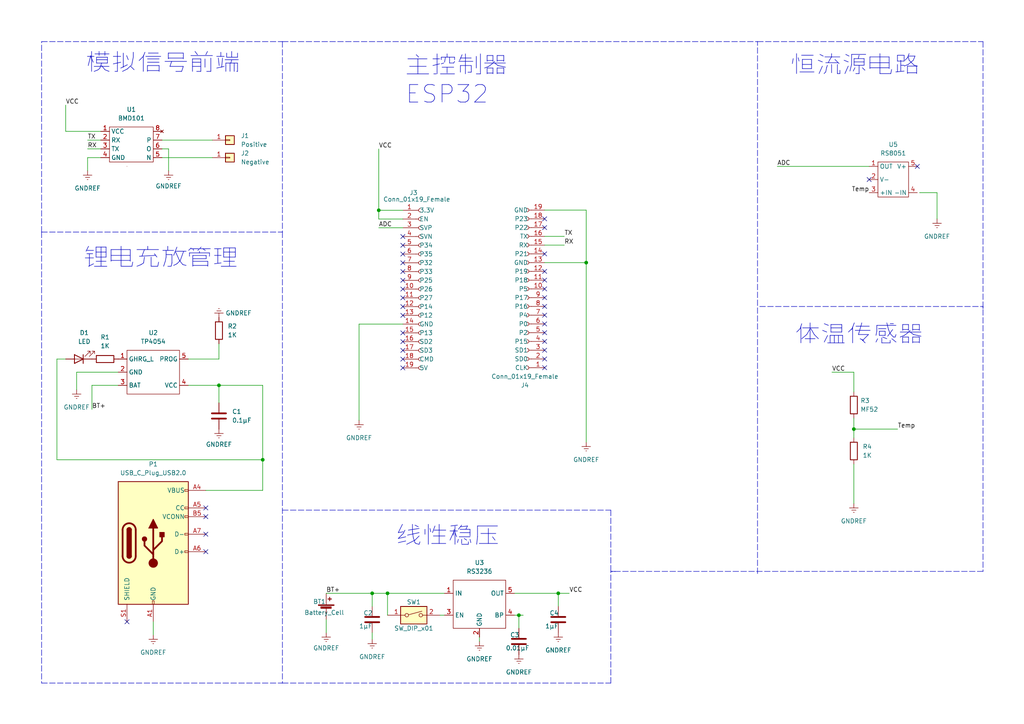
<source format=kicad_sch>
(kicad_sch (version 20211123) (generator eeschema)
  (paper "A4")
  (title_block (title "Heart") (date "2022-01-19") (rev "v1.0") (company "hgy"))
  (lib_symbols
    (symbol "Amplifier_Operational:RS8051"
      (property "Reference" "U" (at 0 13.97 0))
      (property "Value" "RS8051" (at 0 1.27 0))
      (symbol "RS8051_0_1"
        (rectangle (start -3.81 12.7) (end 5.08 2.54))
      )
      (symbol "RS8051_1_1"
        (pin output line (at -6.35 11.43 0) (length 2.54) (name "OUT") (number "1"))
        (pin bidirectional line (at -6.35 7.62 0) (length 2.54) (name "V-") (number "2"))
        (pin bidirectional line (at -6.35 3.81 0) (length 2.54) (name "+IN") (number "3"))
        (pin bidirectional line (at 7.62 3.81 180) (length 2.54) (name "-IN") (number "4"))
        (pin bidirectional line (at 7.62 11.43 180) (length 2.54) (name "V+") (number "5"))
      )
    )
    (symbol "Battery_Management:RS3236"
      (property "Reference" "U" (at 0 26.67 0))
      (property "Value" "RS3236" (at 0 3.81 0))
      (symbol "RS3236_0_1"
        (rectangle (start -7.62 25.4) (end 7.62 11.43))
      )
      (symbol "RS3236_1_1"
        (pin input line (at -10.16 21.59 0) (length 2.54) (name "IN") (number "1"))
        (pin bidirectional line (at 0 8.89 90) (length 2.54) (name "GND") (number "2"))
        (pin input line (at -10.16 15.24 0) (length 2.54) (name "EN") (number "3"))
        (pin bidirectional line (at 10.16 15.24 180) (length 2.54) (name "BP") (number "4"))
        (pin power_out line (at 10.16 21.59 180) (length 2.54) (name "OUT") (number "5"))
      )
    )
    (symbol "Battery_Management:TP4054"
      (property "Reference" "U" (at 0 15.24 0))
      (property "Value" "TP4054" (at 0 0 0))
      (symbol "TP4054_0_1"
        (rectangle (start -7.62 13.97) (end 7.62 1.27))
      )
      (symbol "TP4054_1_1"
        (pin tri_state line (at -10.16 11.43 0) (length 2.54) (name "GHRG_L") (number "1"))
        (pin bidirectional line (at -10.16 7.62 0) (length 2.54) (name "GND") (number "2"))
        (pin output line (at -10.16 3.81 0) (length 2.54) (name "BAT") (number "3"))
        (pin input line (at 10.16 3.81 180) (length 2.54) (name "VCC") (number "4"))
        (pin bidirectional line (at 10.16 11.43 180) (length 2.54) (name "PROG") (number "5"))
      )
    )
    (symbol "Conn_01x19_Female_1" (pin_names (offset 1.016))
      (property "Reference" "J4" (at 0.635 27.94 0))
      (property "Value" "Conn_01x19_Female" (at 0.635 25.4 0))
      (symbol "Conn_01x19_Female_1_1_1"
        (arc (start 0 -22.352) (mid -0.508 -22.86) (end 0 -23.368) (stroke (width 0.1524)))
        (arc (start 0 -19.812) (mid -0.508 -20.32) (end 0 -20.828) (stroke (width 0.1524)))
        (arc (start 0 -17.272) (mid -0.508 -17.78) (end 0 -18.288) (stroke (width 0.1524)))
        (arc (start 0 -14.732) (mid -0.508 -15.24) (end 0 -15.748) (stroke (width 0.1524)))
        (arc (start 0 -12.192) (mid -0.508 -12.7) (end 0 -13.208) (stroke (width 0.1524)))
        (arc (start 0 -9.652) (mid -0.508 -10.16) (end 0 -10.668) (stroke (width 0.1524)))
        (arc (start 0 -7.112) (mid -0.508 -7.62) (end 0 -8.128) (stroke (width 0.1524)))
        (arc (start 0 -4.572) (mid -0.508 -5.08) (end 0 -5.588) (stroke (width 0.1524)))
        (arc (start 0 -2.032) (mid -0.508 -2.54) (end 0 -3.048) (stroke (width 0.1524)))
        (polyline (pts (xy -1.27 -22.86) (xy -0.508 -22.86)) (stroke (width 0.1524)))
        (polyline (pts (xy -1.27 -20.32) (xy -0.508 -20.32)) (stroke (width 0.1524)))
        (polyline (pts (xy -1.27 -17.78) (xy -0.508 -17.78)) (stroke (width 0.1524)))
        (polyline (pts (xy -1.27 -15.24) (xy -0.508 -15.24)) (stroke (width 0.1524)))
        (polyline (pts (xy -1.27 -12.7) (xy -0.508 -12.7)) (stroke (width 0.1524)))
        (polyline (pts (xy -1.27 -10.16) (xy -0.508 -10.16)) (stroke (width 0.1524)))
        (polyline (pts (xy -1.27 -7.62) (xy -0.508 -7.62)) (stroke (width 0.1524)))
        (polyline (pts (xy -1.27 -5.08) (xy -0.508 -5.08)) (stroke (width 0.1524)))
        (polyline (pts (xy -1.27 -2.54) (xy -0.508 -2.54)) (stroke (width 0.1524)))
        (polyline (pts (xy -1.27 0) (xy -0.508 0)) (stroke (width 0.1524)))
        (polyline (pts (xy -1.27 2.54) (xy -0.508 2.54)) (stroke (width 0.1524)))
        (polyline (pts (xy -1.27 5.08) (xy -0.508 5.08)) (stroke (width 0.1524)))
        (polyline (pts (xy -1.27 7.62) (xy -0.508 7.62)) (stroke (width 0.1524)))
        (polyline (pts (xy -1.27 10.16) (xy -0.508 10.16)) (stroke (width 0.1524)))
        (polyline (pts (xy -1.27 12.7) (xy -0.508 12.7)) (stroke (width 0.1524)))
        (polyline (pts (xy -1.27 15.24) (xy -0.508 15.24)) (stroke (width 0.1524)))
        (polyline (pts (xy -1.27 17.78) (xy -0.508 17.78)) (stroke (width 0.1524)))
        (polyline (pts (xy -1.27 20.32) (xy -0.508 20.32)) (stroke (width 0.1524)))
        (polyline (pts (xy -1.27 22.86) (xy -0.508 22.86)) (stroke (width 0.1524)))
        (arc (start 0 0.508) (mid -0.508 0) (end 0 -0.508) (stroke (width 0.1524)))
        (arc (start 0 3.048) (mid -0.508 2.54) (end 0 2.032) (stroke (width 0.1524)))
        (arc (start 0 5.588) (mid -0.508 5.08) (end 0 4.572) (stroke (width 0.1524)))
        (arc (start 0 8.128) (mid -0.508 7.62) (end 0 7.112) (stroke (width 0.1524)))
        (arc (start 0 10.668) (mid -0.508 10.16) (end 0 9.652) (stroke (width 0.1524)))
        (arc (start 0 13.208) (mid -0.508 12.7) (end 0 12.192) (stroke (width 0.1524)))
        (arc (start 0 15.748) (mid -0.508 15.24) (end 0 14.732) (stroke (width 0.1524)))
        (arc (start 0 18.288) (mid -0.508 17.78) (end 0 17.272) (stroke (width 0.1524)))
        (arc (start 0 20.828) (mid -0.508 20.32) (end 0 19.812) (stroke (width 0.1524)))
        (arc (start 0 23.368) (mid -0.508 22.86) (end 0 22.352) (stroke (width 0.1524)))
        (pin passive line (at -5.08 22.86 0) (length 3.81) (name "CLK") (number "1"))
        (pin passive line (at -5.08 0 0) (length 3.81) (name "P5") (number "10"))
        (pin passive line (at -5.08 -2.54 0) (length 3.81) (name "P18") (number "11"))
        (pin passive line (at -5.08 -5.08 0) (length 3.81) (name "P19") (number "12"))
        (pin passive line (at -5.08 -7.62 0) (length 3.81) (name "GND") (number "13"))
        (pin passive line (at -5.08 -10.16 0) (length 3.81) (name "P21") (number "14"))
        (pin passive line (at -5.08 -12.7 0) (length 3.81) (name "RX") (number "15"))
        (pin passive line (at -5.08 -15.24 0) (length 3.81) (name "TX") (number "16"))
        (pin passive line (at -5.08 -17.78 0) (length 3.81) (name "P22") (number "17"))
        (pin passive line (at -5.08 -20.32 0) (length 3.81) (name "P23") (number "18"))
        (pin passive line (at -5.08 -22.86 0) (length 3.81) (name "GND") (number "19"))
        (pin passive line (at -5.08 20.32 0) (length 3.81) (name "SD0") (number "2"))
        (pin passive line (at -5.08 17.78 0) (length 3.81) (name "SD1") (number "3"))
        (pin passive line (at -5.08 15.24 0) (length 3.81) (name "P15") (number "4"))
        (pin passive line (at -5.08 12.7 0) (length 3.81) (name "P2") (number "5"))
        (pin passive line (at -5.08 10.16 0) (length 3.81) (name "P0") (number "6"))
        (pin passive line (at -5.08 7.62 0) (length 3.81) (name "P4") (number "7"))
        (pin passive line (at -5.08 5.08 0) (length 3.81) (name "P16") (number "8"))
        (pin passive line (at -5.08 2.54 0) (length 3.81) (name "P17") (number "9"))
      )
    )
    (symbol "Connector:Conn_01x19_Female" (pin_names (offset 1.016))
      (property "Reference" "J3" (at -3.175 27.9401 0))
      (property "Value" "Conn_01x19_Female" (at -10.795 26.0351 0))
      (symbol "Conn_01x19_Female_1_1"
        (arc (start 0 -22.352) (mid -0.508 -22.86) (end 0 -23.368) (stroke (width 0.1524)))
        (arc (start 0 -19.812) (mid -0.508 -20.32) (end 0 -20.828) (stroke (width 0.1524)))
        (arc (start 0 -17.272) (mid -0.508 -17.78) (end 0 -18.288) (stroke (width 0.1524)))
        (arc (start 0 -14.732) (mid -0.508 -15.24) (end 0 -15.748) (stroke (width 0.1524)))
        (arc (start 0 -12.192) (mid -0.508 -12.7) (end 0 -13.208) (stroke (width 0.1524)))
        (arc (start 0 -9.652) (mid -0.508 -10.16) (end 0 -10.668) (stroke (width 0.1524)))
        (arc (start 0 -7.112) (mid -0.508 -7.62) (end 0 -8.128) (stroke (width 0.1524)))
        (arc (start 0 -4.572) (mid -0.508 -5.08) (end 0 -5.588) (stroke (width 0.1524)))
        (arc (start 0 -2.032) (mid -0.508 -2.54) (end 0 -3.048) (stroke (width 0.1524)))
        (polyline (pts (xy -1.27 -22.86) (xy -0.508 -22.86)) (stroke (width 0.1524)))
        (polyline (pts (xy -1.27 -20.32) (xy -0.508 -20.32)) (stroke (width 0.1524)))
        (polyline (pts (xy -1.27 -17.78) (xy -0.508 -17.78)) (stroke (width 0.1524)))
        (polyline (pts (xy -1.27 -15.24) (xy -0.508 -15.24)) (stroke (width 0.1524)))
        (polyline (pts (xy -1.27 -12.7) (xy -0.508 -12.7)) (stroke (width 0.1524)))
        (polyline (pts (xy -1.27 -10.16) (xy -0.508 -10.16)) (stroke (width 0.1524)))
        (polyline (pts (xy -1.27 -7.62) (xy -0.508 -7.62)) (stroke (width 0.1524)))
        (polyline (pts (xy -1.27 -5.08) (xy -0.508 -5.08)) (stroke (width 0.1524)))
        (polyline (pts (xy -1.27 -2.54) (xy -0.508 -2.54)) (stroke (width 0.1524)))
        (polyline (pts (xy -1.27 0) (xy -0.508 0)) (stroke (width 0.1524)))
        (polyline (pts (xy -1.27 2.54) (xy -0.508 2.54)) (stroke (width 0.1524)))
        (polyline (pts (xy -1.27 5.08) (xy -0.508 5.08)) (stroke (width 0.1524)))
        (polyline (pts (xy -1.27 7.62) (xy -0.508 7.62)) (stroke (width 0.1524)))
        (polyline (pts (xy -1.27 10.16) (xy -0.508 10.16)) (stroke (width 0.1524)))
        (polyline (pts (xy -1.27 12.7) (xy -0.508 12.7)) (stroke (width 0.1524)))
        (polyline (pts (xy -1.27 15.24) (xy -0.508 15.24)) (stroke (width 0.1524)))
        (polyline (pts (xy -1.27 17.78) (xy -0.508 17.78)) (stroke (width 0.1524)))
        (polyline (pts (xy -1.27 20.32) (xy -0.508 20.32)) (stroke (width 0.1524)))
        (polyline (pts (xy -1.27 22.86) (xy -0.508 22.86)) (stroke (width 0.1524)))
        (arc (start 0 0.508) (mid -0.508 0) (end 0 -0.508) (stroke (width 0.1524)))
        (arc (start 0 3.048) (mid -0.508 2.54) (end 0 2.032) (stroke (width 0.1524)))
        (arc (start 0 5.588) (mid -0.508 5.08) (end 0 4.572) (stroke (width 0.1524)))
        (arc (start 0 8.128) (mid -0.508 7.62) (end 0 7.112) (stroke (width 0.1524)))
        (arc (start 0 10.668) (mid -0.508 10.16) (end 0 9.652) (stroke (width 0.1524)))
        (arc (start 0 13.208) (mid -0.508 12.7) (end 0 12.192) (stroke (width 0.1524)))
        (arc (start 0 15.748) (mid -0.508 15.24) (end 0 14.732) (stroke (width 0.1524)))
        (arc (start 0 18.288) (mid -0.508 17.78) (end 0 17.272) (stroke (width 0.1524)))
        (arc (start 0 20.828) (mid -0.508 20.32) (end 0 19.812) (stroke (width 0.1524)))
        (arc (start 0 23.368) (mid -0.508 22.86) (end 0 22.352) (stroke (width 0.1524)))
        (pin passive line (at -5.08 22.86 0) (length 3.81) (name "3.3V") (number "1"))
        (pin passive line (at -5.08 0 0) (length 3.81) (name "P26") (number "10"))
        (pin passive line (at -5.08 -2.54 0) (length 3.81) (name "P27") (number "11"))
        (pin passive line (at -5.08 -5.08 0) (length 3.81) (name "P14") (number "12"))
        (pin passive line (at -5.08 -7.62 0) (length 3.81) (name "P12") (number "13"))
        (pin passive line (at -5.08 -10.16 0) (length 3.81) (name "GND") (number "14"))
        (pin passive line (at -5.08 -12.7 0) (length 3.81) (name "P13") (number "15"))
        (pin passive line (at -5.08 -15.24 0) (length 3.81) (name "SD2") (number "16"))
        (pin passive line (at -5.08 -17.78 0) (length 3.81) (name "SD3") (number "17"))
        (pin passive line (at -5.08 -20.32 0) (length 3.81) (name "CMD") (number "18"))
        (pin passive line (at -5.08 -22.86 0) (length 3.81) (name "5V") (number "19"))
        (pin passive line (at -5.08 20.32 0) (length 3.81) (name "EN") (number "2"))
        (pin passive line (at -5.08 17.78 0) (length 3.81) (name "SVP") (number "3"))
        (pin passive line (at -5.08 15.24 0) (length 3.81) (name "SVN") (number "4"))
        (pin passive line (at -5.08 12.7 0) (length 3.81) (name "P34") (number "5"))
        (pin passive line (at -5.08 10.16 0) (length 3.81) (name "P35") (number "6"))
        (pin passive line (at -5.08 7.62 0) (length 3.81) (name "P32") (number "7"))
        (pin passive line (at -5.08 5.08 0) (length 3.81) (name "P33") (number "8"))
        (pin passive line (at -5.08 2.54 0) (length 3.81) (name "P25") (number "9"))
      )
    )
    (symbol "Connector:USB_C_Plug_USB2.0" (pin_names (offset 1.016))
      (property "Reference" "P" (at -10.16 19.05 0))
      (property "Value" "USB_C_Plug_USB2.0" (at 12.7 19.05 0))
      (symbol "USB_C_Plug_USB2.0_0_0"
        (rectangle (start -0.254 -17.78) (end 0.254 -16.764))
        (rectangle (start 10.16 -2.286) (end 9.144 -2.794))
        (rectangle (start 10.16 2.794) (end 9.144 2.286))
        (rectangle (start 10.16 7.874) (end 9.144 7.366))
        (rectangle (start 10.16 10.414) (end 9.144 9.906))
        (rectangle (start 10.16 15.494) (end 9.144 14.986))
      )
      (symbol "USB_C_Plug_USB2.0_0_1"
        (rectangle (start -10.16 17.78) (end 10.16 -17.78) (stroke (width 0.254)) (fill (type background)))
        (arc (start -8.89 -3.81) (mid -6.985 -5.715) (end -5.08 -3.81) (stroke (width 0.508)))
        (arc (start -7.62 -3.81) (mid -6.985 -4.445) (end -6.35 -3.81) (stroke (width 0.254)))
        (arc (start -7.62 -3.81) (mid -6.985 -4.445) (end -6.35 -3.81) (stroke (width 0.254)) (fill (type outline)))
        (rectangle (start -7.62 -3.81) (end -6.35 3.81) (stroke (width 0.254)) (fill (type outline)))
        (arc (start -6.35 3.81) (mid -6.985 4.445) (end -7.62 3.81) (stroke (width 0.254)))
        (arc (start -6.35 3.81) (mid -6.985 4.445) (end -7.62 3.81) (stroke (width 0.254)) (fill (type outline)))
        (arc (start -5.08 3.81) (mid -6.985 5.715) (end -8.89 3.81) (stroke (width 0.508)))
        (circle (center -2.54 1.143) (radius 0.635) (stroke (width 0.254)) (fill (type outline)))
        (circle (center 0 -5.842) (radius 1.27) (fill (type outline)))
        (polyline (pts (xy -8.89 -3.81) (xy -8.89 3.81)) (stroke (width 0.508)))
        (polyline (pts (xy -5.08 3.81) (xy -5.08 -3.81)) (stroke (width 0.508)))
        (polyline (pts (xy 0 -5.842) (xy 0 4.318)) (stroke (width 0.508)))
        (polyline (pts (xy 0 -3.302) (xy -2.54 -0.762) (xy -2.54 0.508)) (stroke (width 0.508)))
        (polyline (pts (xy 0 -2.032) (xy 2.54 0.508) (xy 2.54 1.778)) (stroke (width 0.508)))
        (polyline (pts (xy -1.27 4.318) (xy 0 6.858) (xy 1.27 4.318) (xy -1.27 4.318)) (stroke (width 0.254)) (fill (type outline)))
        (rectangle (start 1.905 1.778) (end 3.175 3.048) (stroke (width 0.254)) (fill (type outline)))
      )
      (symbol "USB_C_Plug_USB2.0_1_1"
        (pin passive line (at 0 -22.86 90) (length 5.08) (name "GND") (number "A1"))
        (pin passive line (at 0 -22.86 90) (length 5.08) hide (name "GND") (number "A12"))
        (pin passive line (at 15.24 15.24 180) (length 5.08) (name "VBUS") (number "A4"))
        (pin bidirectional line (at 15.24 10.16 180) (length 5.08) (name "CC") (number "A5"))
        (pin bidirectional line (at 15.24 -2.54 180) (length 5.08) (name "D+") (number "A6"))
        (pin bidirectional line (at 15.24 2.54 180) (length 5.08) (name "D-") (number "A7"))
        (pin passive line (at 15.24 15.24 180) (length 5.08) hide (name "VBUS") (number "A9"))
        (pin passive line (at 0 -22.86 90) (length 5.08) hide (name "GND") (number "B1"))
        (pin passive line (at 0 -22.86 90) (length 5.08) hide (name "GND") (number "B12"))
        (pin passive line (at 15.24 15.24 180) (length 5.08) hide (name "VBUS") (number "B4"))
        (pin bidirectional line (at 15.24 7.62 180) (length 5.08) (name "VCONN") (number "B5"))
        (pin passive line (at 15.24 15.24 180) (length 5.08) hide (name "VBUS") (number "B9"))
        (pin passive line (at -7.62 -22.86 90) (length 5.08) (name "SHIELD") (number "S1"))
      )
    )
    (symbol "Connector_Generic:Conn_01x01" (pin_names (offset 1.016) hide)
      (property "Reference" "J" (at 0 2.54 0))
      (property "Value" "Conn_01x01" (at 0 -2.54 0))
      (symbol "Conn_01x01_1_1"
        (rectangle (start -1.27 0.127) (end 0 -0.127) (stroke (width 0.1524)))
        (rectangle (start -1.27 1.27) (end 1.27 -1.27) (stroke (width 0.254)) (fill (type background)))
        (pin passive line (at -5.08 0 0) (length 3.81) (name "Pin_1") (number "1"))
      )
    )
    (symbol "Device:Battery_Cell" (pin_numbers hide) (pin_names (offset 0) hide)
      (property "Reference" "BT" (at 2.54 2.54 0))
      (property "Value" "Battery_Cell" (at 2.54 0 0))
      (symbol "Battery_Cell_0_1"
        (rectangle (start -2.286 1.778) (end 2.286 1.524) (fill (type outline)))
        (rectangle (start -1.5748 1.1938) (end 1.4732 0.6858) (fill (type outline)))
        (polyline (pts (xy 0 0.762) (xy 0 0)))
        (polyline (pts (xy 0 1.778) (xy 0 2.54)))
        (polyline (pts (xy 0.508 3.429) (xy 1.524 3.429)) (stroke (width 0.254)))
        (polyline (pts (xy 1.016 3.937) (xy 1.016 2.921)) (stroke (width 0.254)))
      )
      (symbol "Battery_Cell_1_1"
        (pin passive line (at 0 5.08 270) (length 2.54) (name "+") (number "1"))
        (pin passive line (at 0 -2.54 90) (length 2.54) (name "-") (number "2"))
      )
    )
    (symbol "Device:C" (pin_numbers hide) (pin_names (offset 0.254))
      (property "Reference" "C" (at 0.635 2.54 0))
      (property "Value" "C" (at 0.635 -2.54 0))
      (symbol "C_0_1"
        (polyline (pts (xy -2.032 -0.762) (xy 2.032 -0.762)) (stroke (width 0.508)))
        (polyline (pts (xy -2.032 0.762) (xy 2.032 0.762)) (stroke (width 0.508)))
      )
      (symbol "C_1_1"
        (pin passive line (at 0 3.81 270) (length 2.794) (name "~") (number "1"))
        (pin passive line (at 0 -3.81 90) (length 2.794) (name "~") (number "2"))
      )
    )
    (symbol "Device:LED" (pin_numbers hide) (pin_names (offset 1.016) hide)
      (property "Reference" "D" (at 0 2.54 0))
      (property "Value" "LED" (at 0 -2.54 0))
      (symbol "LED_0_1"
        (polyline (pts (xy -1.27 -1.27) (xy -1.27 1.27)) (stroke (width 0.254)))
        (polyline (pts (xy -1.27 0) (xy 1.27 0)))
        (polyline (pts (xy 1.27 -1.27) (xy 1.27 1.27) (xy -1.27 0) (xy 1.27 -1.27)) (stroke (width 0.254)))
        (polyline (pts (xy -3.048 -0.762) (xy -4.572 -2.286) (xy -3.81 -2.286) (xy -4.572 -2.286) (xy -4.572 -1.524)))
        (polyline (pts (xy -1.778 -0.762) (xy -3.302 -2.286) (xy -2.54 -2.286) (xy -3.302 -2.286) (xy -3.302 -1.524)))
      )
      (symbol "LED_1_1"
        (pin passive line (at -3.81 0 0) (length 2.54) (name "K") (number "1"))
        (pin passive line (at 3.81 0 180) (length 2.54) (name "A") (number "2"))
      )
    )
    (symbol "Device:R" (pin_numbers hide) (pin_names (offset 0))
      (property "Reference" "R" (at 2.032 0 90))
      (property "Value" "R" (at 0 0 90))
      (symbol "R_0_1"
        (rectangle (start -1.016 -2.54) (end 1.016 2.54) (stroke (width 0.254)))
      )
      (symbol "R_1_1"
        (pin passive line (at 0 3.81 270) (length 1.27) (name "~") (number "1"))
        (pin passive line (at 0 -3.81 90) (length 1.27) (name "~") (number "2"))
      )
    )
    (symbol "MCU_STC:BMD101"
      (property "Reference" "U" (at 0 13.97 0))
      (property "Value" "BMD101" (at 0 1.27 0))
      (symbol "BMD101_0_1"
        (rectangle (start -6.35 12.7) (end 6.35 2.54))
        (rectangle (start -1.27 1.27) (end -1.27 1.27))
      )
      (symbol "BMD101_1_1"
        (pin power_in line (at -8.89 11.43 0) (length 2.54) (name "VCC") (number "1"))
        (pin input line (at -8.89 8.89 0) (length 2.54) (name "RX") (number "2"))
        (pin output line (at -8.89 6.35 0) (length 2.54) (name "TX") (number "3"))
        (pin bidirectional line (at -8.89 3.81 0) (length 2.54) (name "GND") (number "4"))
        (pin bidirectional line (at 8.89 3.81 180) (length 2.54) (name "N") (number "5"))
        (pin bidirectional line (at 8.89 6.35 180) (length 2.54) (name "O") (number "6"))
        (pin bidirectional line (at 8.89 8.89 180) (length 2.54) (name "P") (number "7"))
        (pin no_connect line (at 8.89 11.43 180) (length 2.54) (name "") (number "8"))
      )
    )
    (symbol "Switch:SW_DIP_x01" (pin_names (offset 0) hide)
      (property "Reference" "SW" (at 0 3.81 0))
      (property "Value" "SW_DIP_x01" (at 0 -3.81 0))
      (symbol "SW_DIP_x01_0_0"
        (circle (center -2.032 0) (radius 0.508))
        (polyline (pts (xy -1.524 0.127) (xy 2.3622 1.1684)))
        (circle (center 2.032 0) (radius 0.508))
      )
      (symbol "SW_DIP_x01_0_1"
        (rectangle (start -3.81 2.54) (end 3.81 -2.54) (stroke (width 0.254)) (fill (type background)))
      )
      (symbol "SW_DIP_x01_1_1"
        (pin passive line (at -7.62 0 0) (length 5.08) (name "~") (number "1"))
        (pin passive line (at 7.62 0 180) (length 5.08) (name "~") (number "2"))
      )
    )
    (symbol "power:GNDREF" (power) (pin_names (offset 0))
      (property "Value" "GNDREF" (at 0 -3.81 0))
      (symbol "GNDREF_0_1"
        (polyline (pts (xy -0.635 -1.905) (xy 0.635 -1.905)))
        (polyline (pts (xy -0.127 -2.54) (xy 0.127 -2.54)))
        (polyline (pts (xy 0 -1.27) (xy 0 0)))
        (polyline (pts (xy 1.27 -1.27) (xy -1.27 -1.27)))
      )
      (symbol "GNDREF_1_1"
        (pin power_in line (at 0 0 270) (length 0) hide (name "GNDREF") (number "1"))
      )
    )
  )
  (junction (at 76.2 133.35))
  (junction (at 150.495 178.435))
  (junction (at 247.65 124.46))
  (junction (at 63.5 111.76))
  (junction (at 109.855 60.9854))
  (junction (at 112.395 172.085))
  (junction (at 161.925 172.085))
  (junction (at 107.95 172.085))
  (junction (at 170.0276 76.1746))
  (no_connect (at 116.84 68.6054))
  (no_connect (at 252.095 52.07))
  (no_connect (at 157.9626 101.5746))
  (no_connect (at 116.84 73.6854))
  (no_connect (at 116.84 104.1654))
  (no_connect (at 157.9626 93.9546))
  (no_connect (at 59.69 160.02))
  (no_connect (at 59.69 154.94))
  (no_connect (at 59.69 149.86))
  (no_connect (at 59.69 147.32))
  (no_connect (at 36.83 180.34))
  (no_connect (at 157.9626 88.8746))
  (no_connect (at 157.9626 106.6546))
  (no_connect (at 116.84 99.0854))
  (no_connect (at 157.9626 99.0346))
  (no_connect (at 157.9626 81.2546))
  (no_connect (at 157.9626 104.1146))
  (no_connect (at 266.065 48.26))
  (no_connect (at 157.9626 73.6346))
  (no_connect (at 116.84 76.2254))
  (no_connect (at 116.84 71.1454))
  (no_connect (at 116.84 101.6254))
  (no_connect (at 157.9626 66.0146))
  (no_connect (at 116.84 106.7054))
  (no_connect (at 157.9626 83.7946))
  (no_connect (at 116.84 83.8454))
  (no_connect (at 116.84 96.5454))
  (no_connect (at 157.9626 78.7146))
  (no_connect (at 157.9626 86.3346))
  (no_connect (at 116.84 86.3854))
  (no_connect (at 116.84 91.4654))
  (no_connect (at 157.9626 63.4746))
  (no_connect (at 157.9626 91.4146))
  (no_connect (at 116.84 81.3054))
  (no_connect (at 116.84 88.9254))
  (no_connect (at 116.84 78.7654))
  (no_connect (at 157.9626 96.4946))
  (wire (pts (xy 109.855 63.5254) (xy 116.84 63.5254)))
  (wire (pts (xy 107.95 172.085) (xy 107.95 175.895)))
  (wire (pts (xy 25.4 43.18) (xy 29.21 43.18)))
  (wire (pts (xy 63.5 104.14) (xy 54.61 104.14)))
  (wire (pts (xy 94.615 172.085) (xy 107.95 172.085)))
  (wire (pts (xy 29.21 38.1) (xy 19.05 38.1)))
  (wire (pts (xy 157.9626 60.9346) (xy 170.0276 60.9346)))
  (wire (pts (xy 76.2 133.35) (xy 76.2 142.24)))
  (polyline (pts (xy 285.115 12.065) (xy 285.115 165.735)))
  (polyline (pts (xy 177.165 198.12) (xy 177.165 165.735)))
  (wire (pts (xy 163.6776 68.5546) (xy 157.9626 68.5546)))
  (wire (pts (xy 48.895 43.18) (xy 48.895 49.53)))
  (wire (pts (xy 109.855 43.2054) (xy 109.855 60.9854)))
  (wire (pts (xy 150.495 178.435) (xy 150.495 182.245)))
  (wire (pts (xy 157.9626 76.1746) (xy 170.0276 76.1746)))
  (wire (pts (xy 109.855 60.9854) (xy 116.84 60.9854)))
  (wire (pts (xy 44.45 180.34) (xy 44.45 184.15)))
  (polyline (pts (xy 177.165 165.735) (xy 178.435 165.735)))
  (wire (pts (xy 76.2 111.76) (xy 76.2 133.35)))
  (wire (pts (xy 266.7 55.88) (xy 271.78 55.88)))
  (wire (pts (xy 19.05 38.1) (xy 19.05 30.48)))
  (polyline (pts (xy 219.71 12.065) (xy 285.115 12.065)))
  (wire (pts (xy 22.225 107.95) (xy 34.29 107.95)))
  (polyline (pts (xy 285.115 165.735) (xy 177.165 165.735)))
  (wire (pts (xy 247.65 113.665) (xy 247.65 107.95)))
  (wire (pts (xy 241.3 107.95) (xy 247.65 107.95)))
  (wire (pts (xy 161.925 172.085) (xy 165.1 172.085)))
  (wire (pts (xy 63.5 111.76) (xy 63.5 116.84)))
  (wire (pts (xy 109.855 66.0654) (xy 116.84 66.0654)))
  (wire (pts (xy 161.925 172.085) (xy 161.925 175.895)))
  (wire (pts (xy 170.0276 76.1746) (xy 170.0276 128.2446)))
  (wire (pts (xy 25.4 45.72) (xy 25.4 49.53)))
  (wire (pts (xy 46.99 40.64) (xy 61.595 40.64)))
  (wire (pts (xy 54.61 111.76) (xy 63.5 111.76)))
  (wire (pts (xy 46.99 45.72) (xy 61.595 45.72)))
  (polyline (pts (xy 219.71 166.37) (xy 219.71 12.065)))
  (wire (pts (xy 112.395 172.085) (xy 128.905 172.085)))
  (polyline (pts (xy 12.065 67.31) (xy 12.065 12.065)))
  (polyline (pts (xy 220.345 88.9) (xy 285.115 88.9)))
  (wire (pts (xy 59.69 142.24) (xy 76.2 142.24)))
  (polyline (pts (xy 81.915 147.955) (xy 177.165 147.955)))
  (wire (pts (xy 150.495 178.435) (xy 151.765 178.435)))
  (wire (pts (xy 104.14 94.0054) (xy 116.84 94.0054)))
  (wire (pts (xy 247.65 124.46) (xy 260.35 124.46)))
  (polyline (pts (xy 81.915 12.065) (xy 219.71 12.065)))
  (wire (pts (xy 107.95 172.085) (xy 112.395 172.085)))
  (wire (pts (xy 247.65 134.62) (xy 247.65 146.05)))
  (wire (pts (xy 26.67 111.76) (xy 34.29 111.76)))
  (wire (pts (xy 225.425 48.26) (xy 252.095 48.26)))
  (wire (pts (xy 247.65 124.46) (xy 247.65 127)))
  (wire (pts (xy 104.14 121.92) (xy 104.14 94.0054)))
  (polyline (pts (xy 81.915 67.31) (xy 81.915 198.12)))
  (polyline (pts (xy 177.165 147.955) (xy 177.165 165.735)))
  (wire (pts (xy 94.615 183.515) (xy 94.615 179.705)))
  (wire (pts (xy 139.065 186.055) (xy 139.065 184.785)))
  (wire (pts (xy 29.21 45.72) (xy 25.4 45.72)))
  (wire (pts (xy 63.5 99.695) (xy 63.5 104.14)))
  (wire (pts (xy 22.225 113.03) (xy 22.225 107.95)))
  (wire (pts (xy 163.6776 71.0946) (xy 157.9626 71.0946)))
  (polyline (pts (xy 81.915 198.12) (xy 177.165 198.12)))
  (wire (pts (xy 247.65 121.285) (xy 247.65 124.46)))
  (wire (pts (xy 46.99 43.18) (xy 48.895 43.18)))
  (wire (pts (xy 26.67 118.745) (xy 26.67 111.76)))
  (wire (pts (xy 19.05 104.14) (xy 16.51 104.14)))
  (wire (pts (xy 25.4 40.64) (xy 29.21 40.64)))
  (wire (pts (xy 149.225 178.435) (xy 150.495 178.435)))
  (wire (pts (xy 112.395 172.085) (xy 112.395 178.435)))
  (wire (pts (xy 170.0276 60.9346) (xy 170.0276 76.1746)))
  (wire (pts (xy 63.5 111.76) (xy 76.2 111.76)))
  (wire (pts (xy 127.635 178.435) (xy 128.905 178.435)))
  (polyline (pts (xy 81.915 12.065) (xy 81.915 67.31)))
  (wire (pts (xy 107.95 185.42) (xy 107.95 183.515)))
  (wire (pts (xy 109.855 60.9854) (xy 109.855 63.5254)))
  (polyline (pts (xy 12.065 67.31) (xy 12.065 198.12)))
  (polyline (pts (xy 285.115 88.9) (xy 285.115 89.535)))
  (polyline (pts (xy 12.065 67.31) (xy 81.915 67.31)))
  (polyline (pts (xy 12.065 12.065) (xy 81.915 12.065)))
  (wire (pts (xy 149.225 172.085) (xy 161.925 172.085)))
  (wire (pts (xy 16.51 104.14) (xy 16.51 133.35)))
  (polyline (pts (xy 12.065 198.12) (xy 81.915 198.12)))
  (wire (pts (xy 16.51 133.35) (xy 76.2 133.35)))
  (wire (pts (xy 271.78 55.88) (xy 271.78 63.5)))
  (text "恒流源电路" (at 229.235 22.225 0) (effects (font (size 5.08 5.08)) (justify left bottom)))
  (text "线性稳压" (at 114.935 158.75 0) (effects (font (size 5.08 5.08)) (justify left bottom)))
  (text "模拟信号前端\n" (at 24.765 21.59 0) (effects (font (size 5.08 5.08)) (justify left bottom)))
  (text "主控制器\nESP32" (at 117.475 30.48 0) (effects (font (size 5.08 5.08)) (justify left bottom)))
  (text "体温传感器" (at 230.505 100.33 0) (effects (font (size 5.08 5.08)) (justify left bottom)))
  (text "锂电充放管理" (at 24.13 78.105 0) (effects (font (size 5.08 5.08)) (justify left bottom)))
  (label "ADC" (at 225.425 48.26 0))
  (label "TX" (at 163.6776 68.5546 0))
  (label "RX" (at 25.4 43.18 0))
  (label "ADC" (at 109.855 66.0654 0))
  (label "BT+" (at 94.615 172.085 0))
  (label "RX" (at 163.6776 71.0946 0))
  (label "VCC" (at 19.05 30.48 0))
  (label "TX" (at 25.4 40.64 0))
  (label "VCC" (at 109.855 43.2054 0))
  (label "Temp" (at 252.095 55.88 180))
  (label "VCC" (at 165.1 172.085 0))
  (label "Temp" (at 260.35 124.46 0))
  (label "VCC" (at 241.3 107.95 0))
  (label "BT+" (at 26.67 118.745 0))
  (symbol (lib_id "Device:R") (at 247.65 117.475 0) (unit 1)
    (property "Reference" "R3" (at 249.555 116.2049 0) (effects (justify left)))
    (property "Value" "MF52" (at 249.555 118.7449 0) (effects (justify left)))
    (property "Footprint" "Resistor_SMD:R_0805_2012Metric_Pad1.20x1.40mm_HandSolder" (effects hide))
  )
  (symbol (lib_id "power:GNDREF") (at 22.225 113.03 0) (unit 1)
    (property "Reference" "#PWR01" (effects hide))
    (property "Value" "GNDREF" (at 22.225 118.11 0))
  )
  (symbol (lib_id "power:GNDREF") (at 63.5 92.075 180) (unit 1)
    (property "Reference" "#PWR03" (effects hide))
    (property "Value" "GNDREF" (at 65.405 90.8049 0) (effects (justify right)))
  )
  (symbol (lib_id "power:GNDREF") (at 139.065 186.055 0) (unit 1)
    (property "Reference" "#PWR08" (effects hide))
    (property "Value" "GNDREF" (at 139.065 191.135 0))
  )
  (symbol (lib_id "Device:R") (at 63.5 95.885 0) (unit 1)
    (property "Reference" "R2" (at 66.04 94.6149 0) (effects (justify left)))
    (property "Value" "1K" (at 66.04 97.1549 0) (effects (justify left)))
    (property "Footprint" "Resistor_SMD:R_0805_2012Metric_Pad1.20x1.40mm_HandSolder" (effects hide))
  )
  (symbol (lib_id "Device:LED") (at 22.86 104.14 180) (unit 1)
    (property "Reference" "D1" (at 24.4475 96.52 0))
    (property "Value" "LED" (at 24.4475 99.06 0))
    (property "Footprint" "LED_SMD:LED_0805_2012Metric_Pad1.15x1.40mm_HandSolder" (effects hide))
  )
  (symbol (lib_id "Device:C") (at 161.925 179.705 0) (unit 1)
    (property "Reference" "C4" (at 159.385 177.7999 0) (effects (justify left)))
    (property "Value" "1μF" (at 158.115 181.6099 0) (effects (justify left)))
    (property "Footprint" "Capacitor_SMD:C_0805_2012Metric_Pad1.18x1.45mm_HandSolder" (effects hide))
  )
  (symbol (lib_id "power:GNDREF") (at 271.78 63.5 0) (unit 1)
    (property "Reference" "#PWR?" (effects hide))
    (property "Value" "GNDREF" (at 271.78 68.58 0))
  )
  (symbol (lib_id "power:GNDREF") (at 48.895 49.53 0) (unit 1)
    (property "Reference" "#PWR0103" (effects hide))
    (property "Value" "GNDREF" (at 48.895 53.975 0))
  )
  (symbol (lib_id "Device:R") (at 247.65 130.81 0) (unit 1)
    (property "Reference" "R4" (at 250.19 129.5399 0) (effects (justify left)))
    (property "Value" "1K" (at 250.19 132.0799 0) (effects (justify left)))
    (property "Footprint" "Resistor_SMD:R_0805_2012Metric_Pad1.20x1.40mm_HandSolder" (effects hide))
  )
  (symbol (lib_id "power:GNDREF") (at 247.65 146.05 0) (unit 1)
    (property "Reference" "#PWR012" (effects hide))
    (property "Value" "GNDREF" (at 247.65 151.13 0))
  )
  (symbol (lib_id "Connector_Generic:Conn_01x01") (at 66.675 45.72 0) (unit 1)
    (property "Reference" "J2" (at 69.85 44.4499 0) (effects (justify left)))
    (property "Value" "Negative" (at 69.85 46.9899 0) (effects (justify left)))
    (property "Footprint" "MountingHole:MountingHole_8.4mm_M8_Pad" (effects hide))
  )
  (symbol (lib_id "Battery_Management:TP4054") (at 44.45 115.57 0) (unit 1)
    (property "Reference" "U2" (at 44.45 96.52 0))
    (property "Value" "TP4054" (at 44.45 99.06 0))
    (property "Footprint" "Package_TO_SOT_SMD:SOT-23-5" (effects hide))
  )
  (symbol (lib_id "Switch:SW_DIP_x01") (at 120.015 178.435 0) (unit 1)
    (property "Reference" "SW1" (at 120.015 174.625 0))
    (property "Value" "SW_DIP_x01" (at 120.015 182.245 0))
    (property "Footprint" "Button_Switch_SMD:SW_DIP_SPSTx01_Slide_9.78x4.72mm_W8.61mm_P2.54mm" (effects hide))
  )
  (symbol (lib_id "power:GNDREF") (at 107.95 185.42 0) (unit 1)
    (property "Reference" "#PWR06" (effects hide))
    (property "Value" "GNDREF" (at 107.95 190.5 0))
  )
  (symbol (lib_id "Device:C") (at 63.5 120.65 0) (unit 1)
    (property "Reference" "C1" (at 67.31 119.3799 0) (effects (justify left)))
    (property "Value" "0.1μF" (at 67.31 121.9199 0) (effects (justify left)))
    (property "Footprint" "Capacitor_SMD:C_0805_2012Metric_Pad1.18x1.45mm_HandSolder" (effects hide))
  )
  (symbol (lib_id "Device:C") (at 150.495 186.055 0) (unit 1)
    (property "Reference" "C3" (at 147.955 184.1499 0) (effects (justify left)))
    (property "Value" "0.01μF" (at 146.685 187.9599 0) (effects (justify left)))
    (property "Footprint" "Capacitor_SMD:C_0805_2012Metric_Pad1.18x1.45mm_HandSolder" (effects hide))
  )
  (symbol (lib_id "power:GNDREF") (at 94.615 183.515 0) (unit 1)
    (property "Reference" "#PWR05" (effects hide))
    (property "Value" "GNDREF" (at 94.615 187.96 0))
  )
  (symbol (lib_id "power:GNDREF") (at 63.5 124.46 0) (unit 1)
    (property "Reference" "#PWR04" (effects hide))
    (property "Value" "GNDREF" (at 63.5 128.905 0))
  )
  (symbol (lib_id "Battery_Management:RS3236") (at 139.065 193.675 0) (unit 1)
    (property "Reference" "U3" (at 139.065 163.195 0))
    (property "Value" "RS3236" (at 139.065 165.735 0))
    (property "Footprint" "Package_TO_SOT_SMD:SOT-23-5" (effects hide))
  )
  (symbol (lib_id "power:GNDREF") (at 161.925 183.515 0) (unit 1)
    (property "Reference" "#PWR010" (effects hide))
    (property "Value" "GNDREF" (at 161.925 188.595 0))
  )
  (symbol (lib_id "MCU_STC:BMD101") (at 38.1 49.53 0) (unit 1)
    (property "Reference" "U1" (at 38.1 31.75 0))
    (property "Value" "BMD101" (at 38.1 34.29 0))
    (property "Footprint" "Package_TO_SOT_SMD:BMD101" (effects hide))
  )
  (symbol (lib_id "Connector_Generic:Conn_01x01") (at 66.675 40.64 0) (unit 1)
    (property "Reference" "J1" (at 69.85 39.3699 0) (effects (justify left)))
    (property "Value" "Positive" (at 69.85 41.9099 0) (effects (justify left)))
    (property "Footprint" "MountingHole:MountingHole_8.4mm_M8_Pad" (effects hide))
  )
  (symbol (lib_id "Connector:Conn_01x19_Female") (at 121.92 83.8454 0) (unit 1)
    (property "Reference" "J3" (at 118.745 55.9053 0) (effects (justify left)))
    (property "Value" "Conn_01x19_Female" (at 111.125 57.8103 0) (effects (justify left)))
    (property "Footprint" "Connector_PinSocket_2.54mm:PinSocket_1x19_P2.54mm_Vertical" (effects hide))
  )
  (symbol (lib_id "Connector:USB_C_Plug_USB2.0") (at 44.45 157.48 0) (unit 1)
    (property "Reference" "P1" (at 44.45 134.62 0))
    (property "Value" "USB_C_Plug_USB2.0" (at 44.45 137.16 0))
    (property "Footprint" "Connector_USB:USB_C_Receptacle_XKB_U262-16XN-4BVC11" (effects hide))
    (property "Datasheet" "https://www.usb.org/sites/default/files/documents/usb_type-c.zip" (effects hide))
  )
  (symbol (lib_id "power:GNDREF") (at 104.14 121.92 0) (unit 1)
    (property "Reference" "#PWR0101" (effects hide))
    (property "Value" "GNDREF" (at 104.14 127 0))
  )
  (symbol (lib_id "Device:R") (at 30.48 104.14 90) (unit 1)
    (property "Reference" "R1" (at 30.48 97.79 90))
    (property "Value" "1K" (at 30.48 100.33 90))
    (property "Footprint" "Resistor_SMD:R_0805_2012Metric_Pad1.20x1.40mm_HandSolder" (effects hide))
  )
  (symbol (lib_id "Device:C") (at 107.95 179.705 0) (unit 1)
    (property "Reference" "C2" (at 105.41 177.7999 0) (effects (justify left)))
    (property "Value" "1μF" (at 104.14 181.6099 0) (effects (justify left)))
    (property "Footprint" "Capacitor_SMD:C_0805_2012Metric_Pad1.18x1.45mm_HandSolder" (effects hide))
  )
  (symbol (lib_name "Conn_01x19_Female_1") (lib_id "Connector:Conn_01x19_Female") (at 152.8826 83.7946 180) (unit 1)
    (property "Reference" "J4" (at 152.2476 111.7346 0))
    (property "Value" "Conn_01x19_Female" (at 152.2476 109.1946 0))
    (property "Footprint" "Connector_PinSocket_2.54mm:PinSocket_1x19_P2.54mm_Vertical" (effects hide))
  )
  (symbol (lib_id "Amplifier_Operational:RS8051") (at 258.445 59.69 0) (unit 1)
    (property "Reference" "U5" (at 259.08 41.91 0))
    (property "Value" "RS8051" (at 259.08 44.45 0))
    (property "Footprint" "Package_TO_SOT_SMD:SOT-23-5" (effects hide))
  )
  (symbol (lib_id "Device:Battery_Cell") (at 94.615 177.165 0) (unit 1)
    (property "Reference" "BT1" (at 90.805 174.4979 0) (effects (justify left)))
    (property "Value" "Battery_Cell" (at 88.265 177.6729 0) (effects (justify left)))
    (property "Footprint" "Battery:BatteryHolder_Eagle_12BH611-GR" (effects hide))
  )
  (symbol (lib_id "power:GNDREF") (at 150.495 189.865 0) (unit 1)
    (property "Reference" "#PWR09" (effects hide))
    (property "Value" "GNDREF" (at 150.495 194.945 0))
  )
  (symbol (lib_id "power:GNDREF") (at 170.0276 128.2446 0) (unit 1)
    (property "Reference" "#PWR0104" (effects hide))
    (property "Value" "GNDREF" (at 170.0276 133.3246 0))
  )
  (symbol (lib_id "power:GNDREF") (at 44.45 184.15 0) (unit 1)
    (property "Reference" "#PWR02" (effects hide))
    (property "Value" "GNDREF" (at 44.45 189.23 0))
  )
  (symbol (lib_id "power:GNDREF") (at 25.4 49.53 0) (unit 1)
    (property "Reference" "#PWR0102" (effects hide))
    (property "Value" "GNDREF" (at 25.4 54.61 0))
  )
)
</source>
